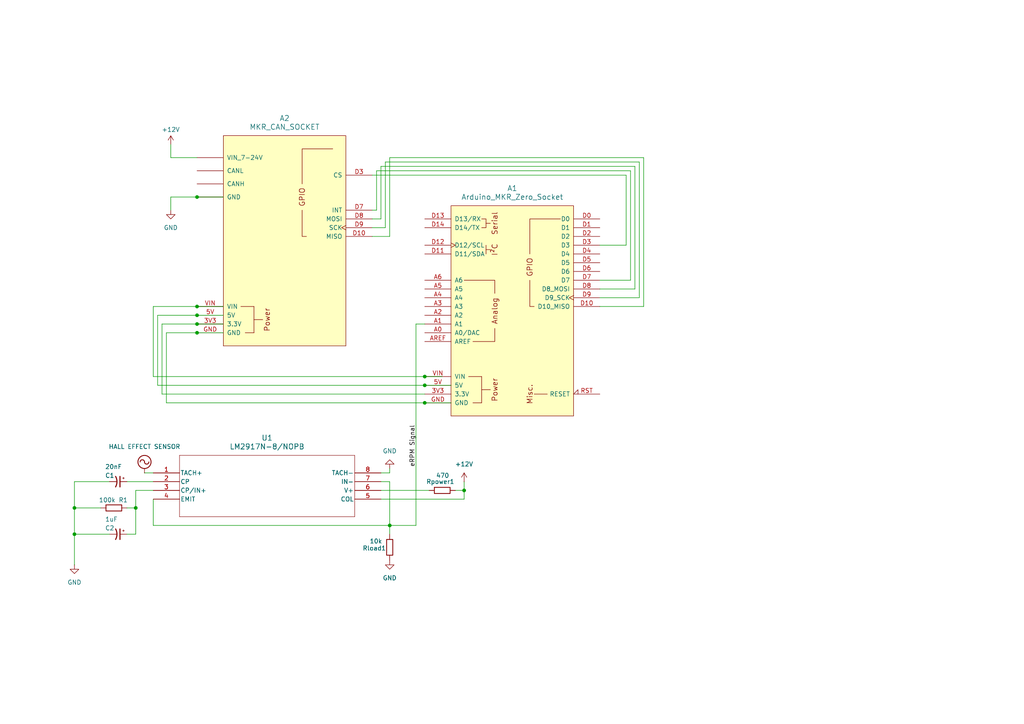
<source format=kicad_sch>
(kicad_sch
	(version 20231120)
	(generator "eeschema")
	(generator_version "8.0")
	(uuid "625bbd51-4d95-4797-a6f2-3961b2f09506")
	(paper "A4")
	(title_block
		(title "eCVT Control Board")
		(rev "1")
		(company "Bison Baja")
	)
	(lib_symbols
		(symbol "2024-11-06_18-44-41:LM2917N-8_NOPB"
			(pin_names
				(offset 0.254)
			)
			(exclude_from_sim no)
			(in_bom yes)
			(on_board yes)
			(property "Reference" "U"
				(at 33.02 10.16 0)
				(effects
					(font
						(size 1.524 1.524)
					)
				)
			)
			(property "Value" "LM2917N-8/NOPB"
				(at 33.02 7.62 0)
				(effects
					(font
						(size 1.524 1.524)
					)
				)
			)
			(property "Footprint" "N08E_TEX"
				(at 0 0 0)
				(effects
					(font
						(size 1.27 1.27)
						(italic yes)
					)
					(hide yes)
				)
			)
			(property "Datasheet" "LM2917N-8/NOPB"
				(at 0 0 0)
				(effects
					(font
						(size 1.27 1.27)
						(italic yes)
					)
					(hide yes)
				)
			)
			(property "Description" ""
				(at 0 0 0)
				(effects
					(font
						(size 1.27 1.27)
					)
					(hide yes)
				)
			)
			(property "ki_locked" ""
				(at 0 0 0)
				(effects
					(font
						(size 1.27 1.27)
					)
				)
			)
			(property "ki_keywords" "LM2917N-8/NOPB"
				(at 0 0 0)
				(effects
					(font
						(size 1.27 1.27)
					)
					(hide yes)
				)
			)
			(property "ki_fp_filters" "N08E_TEX"
				(at 0 0 0)
				(effects
					(font
						(size 1.27 1.27)
					)
					(hide yes)
				)
			)
			(symbol "LM2917N-8_NOPB_1_1"
				(polyline
					(pts
						(xy 7.62 -12.7) (xy 58.42 -12.7)
					)
					(stroke
						(width 0.127)
						(type default)
					)
					(fill
						(type none)
					)
				)
				(polyline
					(pts
						(xy 7.62 5.08) (xy 7.62 -12.7)
					)
					(stroke
						(width 0.127)
						(type default)
					)
					(fill
						(type none)
					)
				)
				(polyline
					(pts
						(xy 58.42 -12.7) (xy 58.42 5.08)
					)
					(stroke
						(width 0.127)
						(type default)
					)
					(fill
						(type none)
					)
				)
				(polyline
					(pts
						(xy 58.42 5.08) (xy 7.62 5.08)
					)
					(stroke
						(width 0.127)
						(type default)
					)
					(fill
						(type none)
					)
				)
				(pin input line
					(at 0 0 0)
					(length 7.62)
					(name "TACH+"
						(effects
							(font
								(size 1.27 1.27)
							)
						)
					)
					(number "1"
						(effects
							(font
								(size 1.27 1.27)
							)
						)
					)
				)
				(pin passive line
					(at 0 -2.54 0)
					(length 7.62)
					(name "CP"
						(effects
							(font
								(size 1.27 1.27)
							)
						)
					)
					(number "2"
						(effects
							(font
								(size 1.27 1.27)
							)
						)
					)
				)
				(pin passive line
					(at 0 -5.08 0)
					(length 7.62)
					(name "CP/IN+"
						(effects
							(font
								(size 1.27 1.27)
							)
						)
					)
					(number "3"
						(effects
							(font
								(size 1.27 1.27)
							)
						)
					)
				)
				(pin passive line
					(at 0 -7.62 0)
					(length 7.62)
					(name "EMIT"
						(effects
							(font
								(size 1.27 1.27)
							)
						)
					)
					(number "4"
						(effects
							(font
								(size 1.27 1.27)
							)
						)
					)
				)
				(pin passive line
					(at 66.04 -7.62 180)
					(length 7.62)
					(name "COL"
						(effects
							(font
								(size 1.27 1.27)
							)
						)
					)
					(number "5"
						(effects
							(font
								(size 1.27 1.27)
							)
						)
					)
				)
				(pin power_in line
					(at 66.04 -5.08 180)
					(length 7.62)
					(name "V+"
						(effects
							(font
								(size 1.27 1.27)
							)
						)
					)
					(number "6"
						(effects
							(font
								(size 1.27 1.27)
							)
						)
					)
				)
				(pin input line
					(at 66.04 -2.54 180)
					(length 7.62)
					(name "IN-"
						(effects
							(font
								(size 1.27 1.27)
							)
						)
					)
					(number "7"
						(effects
							(font
								(size 1.27 1.27)
							)
						)
					)
				)
				(pin input line
					(at 66.04 0 180)
					(length 7.62)
					(name "TACH-"
						(effects
							(font
								(size 1.27 1.27)
							)
						)
					)
					(number "8"
						(effects
							(font
								(size 1.27 1.27)
							)
						)
					)
				)
			)
		)
		(symbol "Device:C_Polarized_Small_US"
			(pin_numbers hide)
			(pin_names
				(offset 0.254) hide)
			(exclude_from_sim no)
			(in_bom yes)
			(on_board yes)
			(property "Reference" "C"
				(at 0.254 1.778 0)
				(effects
					(font
						(size 1.27 1.27)
					)
					(justify left)
				)
			)
			(property "Value" "C_Polarized_Small_US"
				(at 0.254 -2.032 0)
				(effects
					(font
						(size 1.27 1.27)
					)
					(justify left)
				)
			)
			(property "Footprint" ""
				(at 0 0 0)
				(effects
					(font
						(size 1.27 1.27)
					)
					(hide yes)
				)
			)
			(property "Datasheet" "~"
				(at 0 0 0)
				(effects
					(font
						(size 1.27 1.27)
					)
					(hide yes)
				)
			)
			(property "Description" "Polarized capacitor, small US symbol"
				(at 0 0 0)
				(effects
					(font
						(size 1.27 1.27)
					)
					(hide yes)
				)
			)
			(property "ki_keywords" "cap capacitor"
				(at 0 0 0)
				(effects
					(font
						(size 1.27 1.27)
					)
					(hide yes)
				)
			)
			(property "ki_fp_filters" "CP_*"
				(at 0 0 0)
				(effects
					(font
						(size 1.27 1.27)
					)
					(hide yes)
				)
			)
			(symbol "C_Polarized_Small_US_0_1"
				(polyline
					(pts
						(xy -1.524 0.508) (xy 1.524 0.508)
					)
					(stroke
						(width 0.3048)
						(type default)
					)
					(fill
						(type none)
					)
				)
				(polyline
					(pts
						(xy -1.27 1.524) (xy -0.762 1.524)
					)
					(stroke
						(width 0)
						(type default)
					)
					(fill
						(type none)
					)
				)
				(polyline
					(pts
						(xy -1.016 1.27) (xy -1.016 1.778)
					)
					(stroke
						(width 0)
						(type default)
					)
					(fill
						(type none)
					)
				)
				(arc
					(start 1.524 -0.762)
					(mid 0 -0.3734)
					(end -1.524 -0.762)
					(stroke
						(width 0.3048)
						(type default)
					)
					(fill
						(type none)
					)
				)
			)
			(symbol "C_Polarized_Small_US_1_1"
				(pin passive line
					(at 0 2.54 270)
					(length 2.032)
					(name "~"
						(effects
							(font
								(size 1.27 1.27)
							)
						)
					)
					(number "1"
						(effects
							(font
								(size 1.27 1.27)
							)
						)
					)
				)
				(pin passive line
					(at 0 -2.54 90)
					(length 2.032)
					(name "~"
						(effects
							(font
								(size 1.27 1.27)
							)
						)
					)
					(number "2"
						(effects
							(font
								(size 1.27 1.27)
							)
						)
					)
				)
			)
		)
		(symbol "MCU_Module:MKR_CAN_SOCKET"
			(pin_names
				(offset 1.016)
			)
			(exclude_from_sim no)
			(in_bom yes)
			(on_board yes)
			(property "Reference" "A"
				(at 0 36.83 0)
				(effects
					(font
						(size 1.524 1.524)
					)
				)
			)
			(property "Value" "MKR_CAN_SOCKET"
				(at 0 33.02 0)
				(effects
					(font
						(size 1.524 1.524)
					)
				)
			)
			(property "Footprint" "PCM_arduino-library:Arduino_MKR_Zero_Socket"
				(at 0 -38.1 0)
				(effects
					(font
						(size 1.524 1.524)
					)
					(hide yes)
				)
			)
			(property "Datasheet" "https://docs.arduino.cc/hardware/mkr-zero"
				(at 0 -34.29 0)
				(effects
					(font
						(size 1.524 1.524)
					)
					(hide yes)
				)
			)
			(property "Description" "CANBUS adapter for MKR"
				(at 0 0 0)
				(effects
					(font
						(size 1.27 1.27)
					)
					(hide yes)
				)
			)
			(property "ki_keywords" "Arduino MPU Socket"
				(at 0 0 0)
				(effects
					(font
						(size 1.27 1.27)
					)
					(hide yes)
				)
			)
			(property "ki_fp_filters" "Arduino_MKR_Zero_Socket"
				(at 0 0 0)
				(effects
					(font
						(size 1.27 1.27)
					)
					(hide yes)
				)
			)
			(symbol "MKR_CAN_SOCKET_0_0"
				(rectangle
					(start -17.78 30.48)
					(end 17.78 -30.48)
					(stroke
						(width 0)
						(type default)
					)
					(fill
						(type background)
					)
				)
				(rectangle
					(start -12.7 -19.05)
					(end -8.89 -19.05)
					(stroke
						(width 0)
						(type default)
					)
					(fill
						(type none)
					)
				)
				(rectangle
					(start -11.43 -26.67)
					(end -8.89 -26.67)
					(stroke
						(width 0)
						(type default)
					)
					(fill
						(type none)
					)
				)
				(rectangle
					(start -8.89 -22.86)
					(end -6.35 -22.86)
					(stroke
						(width 0)
						(type default)
					)
					(fill
						(type none)
					)
				)
				(polyline
					(pts
						(xy -8.89 -19.05) (xy -8.89 -26.67)
					)
					(stroke
						(width 0)
						(type default)
					)
					(fill
						(type none)
					)
				)
				(polyline
					(pts
						(xy 5.08 8.89) (xy 5.08 1.27) (xy 6.35 1.27)
					)
					(stroke
						(width 0)
						(type default)
					)
					(fill
						(type none)
					)
				)
				(polyline
					(pts
						(xy 5.08 16.51) (xy 5.08 26.67) (xy 13.97 26.67)
					)
					(stroke
						(width 0)
						(type default)
					)
					(fill
						(type none)
					)
				)
				(text "Power"
					(at -5.08 -22.86 900)
					(effects
						(font
							(size 1.524 1.524)
						)
					)
				)
			)
			(symbol "MKR_CAN_SOCKET_1_0"
				(text "GPIO"
					(at 5.08 12.7 900)
					(effects
						(font
							(size 1.524 1.524)
						)
					)
				)
			)
			(symbol "MKR_CAN_SOCKET_1_1"
				(pin bidirectional line
					(at -25.4 16.51 0)
					(length 7.62)
					(name "CANH"
						(effects
							(font
								(size 1.27 1.27)
							)
						)
					)
					(number ""
						(effects
							(font
								(size 1.27 1.27)
							)
						)
					)
				)
				(pin bidirectional line
					(at -25.4 20.32 0)
					(length 7.62)
					(name "CANL"
						(effects
							(font
								(size 1.27 1.27)
							)
						)
					)
					(number ""
						(effects
							(font
								(size 1.27 1.27)
							)
						)
					)
				)
				(pin power_in line
					(at -25.4 12.7 0)
					(length 7.62)
					(name "GND"
						(effects
							(font
								(size 1.27 1.27)
							)
						)
					)
					(number ""
						(effects
							(font
								(size 1.27 1.27)
							)
						)
					)
				)
				(pin power_in line
					(at -25.4 24.13 0)
					(length 7.62)
					(name "VIN_7-24V"
						(effects
							(font
								(size 1.27 1.27)
							)
						)
					)
					(number ""
						(effects
							(font
								(size 1.27 1.27)
							)
						)
					)
				)
				(pin power_out line
					(at -25.4 -24.13 0)
					(length 7.62)
					(name "3.3V"
						(effects
							(font
								(size 1.27 1.27)
							)
						)
					)
					(number "3V3"
						(effects
							(font
								(size 1.27 1.27)
							)
						)
					)
				)
				(pin power_in line
					(at -25.4 -21.59 0)
					(length 7.62)
					(name "5V"
						(effects
							(font
								(size 1.27 1.27)
							)
						)
					)
					(number "5V"
						(effects
							(font
								(size 1.27 1.27)
							)
						)
					)
				)
				(pin bidirectional line
					(at 25.4 1.27 180)
					(length 7.62)
					(name "MISO"
						(effects
							(font
								(size 1.27 1.27)
							)
						)
					)
					(number "D10"
						(effects
							(font
								(size 1.27 1.27)
							)
						)
					)
				)
				(pin bidirectional line
					(at 25.4 19.05 180)
					(length 7.62)
					(name "CS"
						(effects
							(font
								(size 1.27 1.27)
							)
						)
					)
					(number "D3"
						(effects
							(font
								(size 1.27 1.27)
							)
						)
					)
				)
				(pin bidirectional line
					(at 25.4 8.89 180)
					(length 7.62)
					(name "INT"
						(effects
							(font
								(size 1.27 1.27)
							)
						)
					)
					(number "D7"
						(effects
							(font
								(size 1.27 1.27)
							)
						)
					)
				)
				(pin bidirectional line
					(at 25.4 6.35 180)
					(length 7.62)
					(name "MOSI"
						(effects
							(font
								(size 1.27 1.27)
							)
						)
					)
					(number "D8"
						(effects
							(font
								(size 1.27 1.27)
							)
						)
					)
				)
				(pin bidirectional clock
					(at 25.4 3.81 180)
					(length 7.62)
					(name "SCK"
						(effects
							(font
								(size 1.27 1.27)
							)
						)
					)
					(number "D9"
						(effects
							(font
								(size 1.27 1.27)
							)
						)
					)
				)
				(pin power_in line
					(at -25.4 -26.67 0)
					(length 7.62)
					(name "GND"
						(effects
							(font
								(size 1.27 1.27)
							)
						)
					)
					(number "GND"
						(effects
							(font
								(size 1.27 1.27)
							)
						)
					)
				)
				(pin power_in line
					(at -25.4 -19.05 0)
					(length 7.62)
					(name "VIN"
						(effects
							(font
								(size 1.27 1.27)
							)
						)
					)
					(number "VIN"
						(effects
							(font
								(size 1.27 1.27)
							)
						)
					)
				)
			)
		)
		(symbol "PCM_SL_Resistors:100k"
			(exclude_from_sim no)
			(in_bom yes)
			(on_board yes)
			(property "Reference" "R"
				(at 0 5.08 0)
				(effects
					(font
						(size 1.27 1.27)
					)
				)
			)
			(property "Value" "100k"
				(at 0 2.54 0)
				(effects
					(font
						(size 1.27 1.27)
					)
				)
			)
			(property "Footprint" "Resistor_THT:R_Axial_DIN0207_L6.3mm_D2.5mm_P10.16mm_Horizontal"
				(at 0.889 -4.318 0)
				(effects
					(font
						(size 1.27 1.27)
					)
					(hide yes)
				)
			)
			(property "Datasheet" ""
				(at 0.508 0 0)
				(effects
					(font
						(size 1.27 1.27)
					)
					(hide yes)
				)
			)
			(property "Description" "100kΩ, 1/4W Resistor"
				(at 0 0 0)
				(effects
					(font
						(size 1.27 1.27)
					)
					(hide yes)
				)
			)
			(property "ki_keywords" "Resistor"
				(at 0 0 0)
				(effects
					(font
						(size 1.27 1.27)
					)
					(hide yes)
				)
			)
			(property "ki_fp_filters" "Resistor_THT:R_Axial_DIN0207_L6.3mm_D2.5mm*"
				(at 0 0 0)
				(effects
					(font
						(size 1.27 1.27)
					)
					(hide yes)
				)
			)
			(symbol "100k_0_1"
				(rectangle
					(start -2.286 0.889)
					(end 2.286 -0.889)
					(stroke
						(width 0.24)
						(type default)
					)
					(fill
						(type none)
					)
				)
			)
			(symbol "100k_1_1"
				(pin passive line
					(at -3.81 0 0)
					(length 1.5)
					(name ""
						(effects
							(font
								(size 1.27 1.27)
							)
						)
					)
					(number "1"
						(effects
							(font
								(size 0 0)
							)
						)
					)
				)
				(pin passive line
					(at 3.81 0 180)
					(length 1.5)
					(name "~"
						(effects
							(font
								(size 1.27 1.27)
							)
						)
					)
					(number "2"
						(effects
							(font
								(size 0 0)
							)
						)
					)
				)
			)
		)
		(symbol "PCM_arduino-library:Arduino_MKR_Zero_Socket"
			(pin_names
				(offset 1.016)
			)
			(exclude_from_sim no)
			(in_bom yes)
			(on_board yes)
			(property "Reference" "A"
				(at 0 36.83 0)
				(effects
					(font
						(size 1.524 1.524)
					)
				)
			)
			(property "Value" "Arduino_MKR_Zero_Socket"
				(at 0 33.02 0)
				(effects
					(font
						(size 1.524 1.524)
					)
				)
			)
			(property "Footprint" "PCM_arduino-library:Arduino_MKR_Zero_Socket"
				(at 0 -38.1 0)
				(effects
					(font
						(size 1.524 1.524)
					)
					(hide yes)
				)
			)
			(property "Datasheet" "https://docs.arduino.cc/hardware/mkr-zero"
				(at 0 -34.29 0)
				(effects
					(font
						(size 1.524 1.524)
					)
					(hide yes)
				)
			)
			(property "Description" "Socket for Arduino MKR Zero"
				(at 0 0 0)
				(effects
					(font
						(size 1.27 1.27)
					)
					(hide yes)
				)
			)
			(property "ki_keywords" "Arduino MPU Socket"
				(at 0 0 0)
				(effects
					(font
						(size 1.27 1.27)
					)
					(hide yes)
				)
			)
			(property "ki_fp_filters" "Arduino_MKR_Zero_Socket"
				(at 0 0 0)
				(effects
					(font
						(size 1.27 1.27)
					)
					(hide yes)
				)
			)
			(symbol "Arduino_MKR_Zero_Socket_0_0"
				(rectangle
					(start -17.78 30.48)
					(end 17.78 -30.48)
					(stroke
						(width 0)
						(type default)
					)
					(fill
						(type background)
					)
				)
				(rectangle
					(start -12.7 -19.05)
					(end -8.89 -19.05)
					(stroke
						(width 0)
						(type default)
					)
					(fill
						(type none)
					)
				)
				(rectangle
					(start -11.43 -26.67)
					(end -8.89 -26.67)
					(stroke
						(width 0)
						(type default)
					)
					(fill
						(type none)
					)
				)
				(rectangle
					(start -8.89 -22.86)
					(end -6.35 -22.86)
					(stroke
						(width 0)
						(type default)
					)
					(fill
						(type none)
					)
				)
				(polyline
					(pts
						(xy -8.89 -19.05) (xy -8.89 -26.67)
					)
					(stroke
						(width 0)
						(type default)
					)
					(fill
						(type none)
					)
				)
				(polyline
					(pts
						(xy -7.62 25.4) (xy -6.35 25.4)
					)
					(stroke
						(width 0)
						(type default)
					)
					(fill
						(type none)
					)
				)
				(polyline
					(pts
						(xy -5.08 -5.08) (xy -5.08 -8.89) (xy -11.43 -8.89)
					)
					(stroke
						(width 0)
						(type default)
					)
					(fill
						(type none)
					)
				)
				(polyline
					(pts
						(xy -5.08 5.08) (xy -5.08 8.89) (xy -13.97 8.89)
					)
					(stroke
						(width 0)
						(type default)
					)
					(fill
						(type none)
					)
				)
				(polyline
					(pts
						(xy 5.08 8.89) (xy 5.08 1.27) (xy 6.35 1.27)
					)
					(stroke
						(width 0)
						(type default)
					)
					(fill
						(type none)
					)
				)
				(polyline
					(pts
						(xy 5.08 16.51) (xy 5.08 26.67) (xy 13.97 26.67)
					)
					(stroke
						(width 0)
						(type default)
					)
					(fill
						(type none)
					)
				)
				(polyline
					(pts
						(xy -8.89 26.67) (xy -7.62 26.67) (xy -7.62 24.13) (xy -8.89 24.13)
					)
					(stroke
						(width 0)
						(type default)
					)
					(fill
						(type none)
					)
				)
				(rectangle
					(start 6.35 -24.13)
					(end 10.16 -24.13)
					(stroke
						(width 0)
						(type default)
					)
					(fill
						(type none)
					)
				)
				(text "Analog"
					(at -5.08 0 900)
					(effects
						(font
							(size 1.524 1.524)
						)
					)
				)
				(text "I²C"
					(at -5.08 17.78 900)
					(effects
						(font
							(size 1.524 1.524)
						)
					)
				)
				(text "Misc."
					(at 5.08 -24.13 900)
					(effects
						(font
							(size 1.524 1.524)
						)
					)
				)
				(text "Power"
					(at -5.08 -22.86 900)
					(effects
						(font
							(size 1.524 1.524)
						)
					)
				)
				(text "Serial"
					(at -5.08 25.4 900)
					(effects
						(font
							(size 1.524 1.524)
						)
					)
				)
			)
			(symbol "Arduino_MKR_Zero_Socket_0_1"
				(polyline
					(pts
						(xy -7.62 16.51) (xy -7.62 19.05)
					)
					(stroke
						(width 0)
						(type default)
					)
					(fill
						(type none)
					)
				)
				(polyline
					(pts
						(xy -7.62 17.78) (xy -6.35 17.78)
					)
					(stroke
						(width 0)
						(type default)
					)
					(fill
						(type none)
					)
				)
			)
			(symbol "Arduino_MKR_Zero_Socket_1_0"
				(text "GPIO"
					(at 5.08 12.7 900)
					(effects
						(font
							(size 1.524 1.524)
						)
					)
				)
			)
			(symbol "Arduino_MKR_Zero_Socket_1_1"
				(pin power_out line
					(at -25.4 -24.13 0)
					(length 7.62)
					(name "3.3V"
						(effects
							(font
								(size 1.27 1.27)
							)
						)
					)
					(number "3V3"
						(effects
							(font
								(size 1.27 1.27)
							)
						)
					)
				)
				(pin power_in line
					(at -25.4 -21.59 0)
					(length 7.62)
					(name "5V"
						(effects
							(font
								(size 1.27 1.27)
							)
						)
					)
					(number "5V"
						(effects
							(font
								(size 1.27 1.27)
							)
						)
					)
				)
				(pin bidirectional line
					(at -25.4 -6.35 0)
					(length 7.62)
					(name "A0/DAC"
						(effects
							(font
								(size 1.27 1.27)
							)
						)
					)
					(number "A0"
						(effects
							(font
								(size 1.27 1.27)
							)
						)
					)
				)
				(pin bidirectional line
					(at -25.4 -3.81 0)
					(length 7.62)
					(name "A1"
						(effects
							(font
								(size 1.27 1.27)
							)
						)
					)
					(number "A1"
						(effects
							(font
								(size 1.27 1.27)
							)
						)
					)
				)
				(pin bidirectional line
					(at -25.4 -1.27 0)
					(length 7.62)
					(name "A2"
						(effects
							(font
								(size 1.27 1.27)
							)
						)
					)
					(number "A2"
						(effects
							(font
								(size 1.27 1.27)
							)
						)
					)
				)
				(pin bidirectional line
					(at -25.4 1.27 0)
					(length 7.62)
					(name "A3"
						(effects
							(font
								(size 1.27 1.27)
							)
						)
					)
					(number "A3"
						(effects
							(font
								(size 1.27 1.27)
							)
						)
					)
				)
				(pin bidirectional line
					(at -25.4 3.81 0)
					(length 7.62)
					(name "A4"
						(effects
							(font
								(size 1.27 1.27)
							)
						)
					)
					(number "A4"
						(effects
							(font
								(size 1.27 1.27)
							)
						)
					)
				)
				(pin bidirectional line
					(at -25.4 6.35 0)
					(length 7.62)
					(name "A5"
						(effects
							(font
								(size 1.27 1.27)
							)
						)
					)
					(number "A5"
						(effects
							(font
								(size 1.27 1.27)
							)
						)
					)
				)
				(pin bidirectional line
					(at -25.4 8.89 0)
					(length 7.62)
					(name "A6"
						(effects
							(font
								(size 1.27 1.27)
							)
						)
					)
					(number "A6"
						(effects
							(font
								(size 1.27 1.27)
							)
						)
					)
				)
				(pin input line
					(at -25.4 -8.89 0)
					(length 7.62)
					(name "AREF"
						(effects
							(font
								(size 1.27 1.27)
							)
						)
					)
					(number "AREF"
						(effects
							(font
								(size 1.27 1.27)
							)
						)
					)
				)
				(pin bidirectional line
					(at 25.4 26.67 180)
					(length 7.62)
					(name "D0"
						(effects
							(font
								(size 1.27 1.27)
							)
						)
					)
					(number "D0"
						(effects
							(font
								(size 1.27 1.27)
							)
						)
					)
				)
				(pin bidirectional line
					(at 25.4 24.13 180)
					(length 7.62)
					(name "D1"
						(effects
							(font
								(size 1.27 1.27)
							)
						)
					)
					(number "D1"
						(effects
							(font
								(size 1.27 1.27)
							)
						)
					)
				)
				(pin bidirectional line
					(at 25.4 1.27 180)
					(length 7.62)
					(name "D10_MISO"
						(effects
							(font
								(size 1.27 1.27)
							)
						)
					)
					(number "D10"
						(effects
							(font
								(size 1.27 1.27)
							)
						)
					)
				)
				(pin bidirectional line
					(at -25.4 16.51 0)
					(length 7.62)
					(name "D11/SDA"
						(effects
							(font
								(size 1.27 1.27)
							)
						)
					)
					(number "D11"
						(effects
							(font
								(size 1.27 1.27)
							)
						)
					)
				)
				(pin bidirectional clock
					(at -25.4 19.05 0)
					(length 7.62)
					(name "D12/SCL"
						(effects
							(font
								(size 1.27 1.27)
							)
						)
					)
					(number "D12"
						(effects
							(font
								(size 1.27 1.27)
							)
						)
					)
				)
				(pin bidirectional line
					(at -25.4 26.67 0)
					(length 7.62)
					(name "D13/RX"
						(effects
							(font
								(size 1.27 1.27)
							)
						)
					)
					(number "D13"
						(effects
							(font
								(size 1.27 1.27)
							)
						)
					)
				)
				(pin bidirectional line
					(at -25.4 24.13 0)
					(length 7.62)
					(name "D14/TX"
						(effects
							(font
								(size 1.27 1.27)
							)
						)
					)
					(number "D14"
						(effects
							(font
								(size 1.27 1.27)
							)
						)
					)
				)
				(pin bidirectional line
					(at 25.4 21.59 180)
					(length 7.62)
					(name "D2"
						(effects
							(font
								(size 1.27 1.27)
							)
						)
					)
					(number "D2"
						(effects
							(font
								(size 1.27 1.27)
							)
						)
					)
				)
				(pin bidirectional line
					(at 25.4 19.05 180)
					(length 7.62)
					(name "D3"
						(effects
							(font
								(size 1.27 1.27)
							)
						)
					)
					(number "D3"
						(effects
							(font
								(size 1.27 1.27)
							)
						)
					)
				)
				(pin bidirectional line
					(at 25.4 16.51 180)
					(length 7.62)
					(name "D4"
						(effects
							(font
								(size 1.27 1.27)
							)
						)
					)
					(number "D4"
						(effects
							(font
								(size 1.27 1.27)
							)
						)
					)
				)
				(pin bidirectional line
					(at 25.4 13.97 180)
					(length 7.62)
					(name "D5"
						(effects
							(font
								(size 1.27 1.27)
							)
						)
					)
					(number "D5"
						(effects
							(font
								(size 1.27 1.27)
							)
						)
					)
				)
				(pin bidirectional line
					(at 25.4 11.43 180)
					(length 7.62)
					(name "D6"
						(effects
							(font
								(size 1.27 1.27)
							)
						)
					)
					(number "D6"
						(effects
							(font
								(size 1.27 1.27)
							)
						)
					)
				)
				(pin bidirectional line
					(at 25.4 8.89 180)
					(length 7.62)
					(name "D7"
						(effects
							(font
								(size 1.27 1.27)
							)
						)
					)
					(number "D7"
						(effects
							(font
								(size 1.27 1.27)
							)
						)
					)
				)
				(pin bidirectional line
					(at 25.4 6.35 180)
					(length 7.62)
					(name "D8_MOSI"
						(effects
							(font
								(size 1.27 1.27)
							)
						)
					)
					(number "D8"
						(effects
							(font
								(size 1.27 1.27)
							)
						)
					)
				)
				(pin bidirectional clock
					(at 25.4 3.81 180)
					(length 7.62)
					(name "D9_SCK"
						(effects
							(font
								(size 1.27 1.27)
							)
						)
					)
					(number "D9"
						(effects
							(font
								(size 1.27 1.27)
							)
						)
					)
				)
				(pin power_in line
					(at -25.4 -26.67 0)
					(length 7.62)
					(name "GND"
						(effects
							(font
								(size 1.27 1.27)
							)
						)
					)
					(number "GND"
						(effects
							(font
								(size 1.27 1.27)
							)
						)
					)
				)
				(pin open_collector input_low
					(at 25.4 -24.13 180)
					(length 7.62)
					(name "RESET"
						(effects
							(font
								(size 1.27 1.27)
							)
						)
					)
					(number "RST"
						(effects
							(font
								(size 1.27 1.27)
							)
						)
					)
				)
				(pin power_in line
					(at -25.4 -19.05 0)
					(length 7.62)
					(name "VIN"
						(effects
							(font
								(size 1.27 1.27)
							)
						)
					)
					(number "VIN"
						(effects
							(font
								(size 1.27 1.27)
							)
						)
					)
				)
			)
		)
		(symbol "power:+12V"
			(power)
			(pin_numbers hide)
			(pin_names
				(offset 0) hide)
			(exclude_from_sim no)
			(in_bom yes)
			(on_board yes)
			(property "Reference" "#PWR"
				(at 0 -3.81 0)
				(effects
					(font
						(size 1.27 1.27)
					)
					(hide yes)
				)
			)
			(property "Value" "+12V"
				(at 0 3.556 0)
				(effects
					(font
						(size 1.27 1.27)
					)
				)
			)
			(property "Footprint" ""
				(at 0 0 0)
				(effects
					(font
						(size 1.27 1.27)
					)
					(hide yes)
				)
			)
			(property "Datasheet" ""
				(at 0 0 0)
				(effects
					(font
						(size 1.27 1.27)
					)
					(hide yes)
				)
			)
			(property "Description" "Power symbol creates a global label with name \"+12V\""
				(at 0 0 0)
				(effects
					(font
						(size 1.27 1.27)
					)
					(hide yes)
				)
			)
			(property "ki_keywords" "global power"
				(at 0 0 0)
				(effects
					(font
						(size 1.27 1.27)
					)
					(hide yes)
				)
			)
			(symbol "+12V_0_1"
				(polyline
					(pts
						(xy -0.762 1.27) (xy 0 2.54)
					)
					(stroke
						(width 0)
						(type default)
					)
					(fill
						(type none)
					)
				)
				(polyline
					(pts
						(xy 0 0) (xy 0 2.54)
					)
					(stroke
						(width 0)
						(type default)
					)
					(fill
						(type none)
					)
				)
				(polyline
					(pts
						(xy 0 2.54) (xy 0.762 1.27)
					)
					(stroke
						(width 0)
						(type default)
					)
					(fill
						(type none)
					)
				)
			)
			(symbol "+12V_1_1"
				(pin power_in line
					(at 0 0 90)
					(length 0)
					(name "~"
						(effects
							(font
								(size 1.27 1.27)
							)
						)
					)
					(number "1"
						(effects
							(font
								(size 1.27 1.27)
							)
						)
					)
				)
			)
		)
		(symbol "power:AC"
			(power)
			(pin_numbers hide)
			(pin_names
				(offset 0) hide)
			(exclude_from_sim no)
			(in_bom yes)
			(on_board yes)
			(property "Reference" "#PWR"
				(at 0 -2.54 0)
				(effects
					(font
						(size 1.27 1.27)
					)
					(hide yes)
				)
			)
			(property "Value" "AC"
				(at 0 6.35 0)
				(effects
					(font
						(size 1.27 1.27)
					)
				)
			)
			(property "Footprint" ""
				(at 0 0 0)
				(effects
					(font
						(size 1.27 1.27)
					)
					(hide yes)
				)
			)
			(property "Datasheet" ""
				(at 0 0 0)
				(effects
					(font
						(size 1.27 1.27)
					)
					(hide yes)
				)
			)
			(property "Description" "Power symbol creates a global label with name \"AC\""
				(at 0 0 0)
				(effects
					(font
						(size 1.27 1.27)
					)
					(hide yes)
				)
			)
			(property "ki_keywords" "global power"
				(at 0 0 0)
				(effects
					(font
						(size 1.27 1.27)
					)
					(hide yes)
				)
			)
			(symbol "AC_0_1"
				(polyline
					(pts
						(xy 0 0) (xy 0 1.27)
					)
					(stroke
						(width 0)
						(type default)
					)
					(fill
						(type none)
					)
				)
				(arc
					(start 0 3.175)
					(mid -0.635 3.8073)
					(end -1.27 3.175)
					(stroke
						(width 0.254)
						(type default)
					)
					(fill
						(type none)
					)
				)
				(arc
					(start 0 3.175)
					(mid 0.635 2.5427)
					(end 1.27 3.175)
					(stroke
						(width 0.254)
						(type default)
					)
					(fill
						(type none)
					)
				)
				(circle
					(center 0 3.175)
					(radius 1.905)
					(stroke
						(width 0.254)
						(type default)
					)
					(fill
						(type none)
					)
				)
			)
			(symbol "AC_1_1"
				(pin power_in line
					(at 0 0 90)
					(length 0)
					(name "~"
						(effects
							(font
								(size 1.27 1.27)
							)
						)
					)
					(number "1"
						(effects
							(font
								(size 1.27 1.27)
							)
						)
					)
				)
			)
		)
		(symbol "power:GND"
			(power)
			(pin_numbers hide)
			(pin_names
				(offset 0) hide)
			(exclude_from_sim no)
			(in_bom yes)
			(on_board yes)
			(property "Reference" "#PWR"
				(at 0 -6.35 0)
				(effects
					(font
						(size 1.27 1.27)
					)
					(hide yes)
				)
			)
			(property "Value" "GND"
				(at 0 -3.81 0)
				(effects
					(font
						(size 1.27 1.27)
					)
				)
			)
			(property "Footprint" ""
				(at 0 0 0)
				(effects
					(font
						(size 1.27 1.27)
					)
					(hide yes)
				)
			)
			(property "Datasheet" ""
				(at 0 0 0)
				(effects
					(font
						(size 1.27 1.27)
					)
					(hide yes)
				)
			)
			(property "Description" "Power symbol creates a global label with name \"GND\" , ground"
				(at 0 0 0)
				(effects
					(font
						(size 1.27 1.27)
					)
					(hide yes)
				)
			)
			(property "ki_keywords" "global power"
				(at 0 0 0)
				(effects
					(font
						(size 1.27 1.27)
					)
					(hide yes)
				)
			)
			(symbol "GND_0_1"
				(polyline
					(pts
						(xy 0 0) (xy 0 -1.27) (xy 1.27 -1.27) (xy 0 -2.54) (xy -1.27 -1.27) (xy 0 -1.27)
					)
					(stroke
						(width 0)
						(type default)
					)
					(fill
						(type none)
					)
				)
			)
			(symbol "GND_1_1"
				(pin power_in line
					(at 0 0 270)
					(length 0)
					(name "~"
						(effects
							(font
								(size 1.27 1.27)
							)
						)
					)
					(number "1"
						(effects
							(font
								(size 1.27 1.27)
							)
						)
					)
				)
			)
		)
	)
	(junction
		(at 39.37 147.32)
		(diameter 0)
		(color 0 0 0 0)
		(uuid "15c33b62-444f-4561-b499-e2dea9705b76")
	)
	(junction
		(at 57.15 93.98)
		(diameter 0)
		(color 0 0 0 0)
		(uuid "23bca7e5-7be9-4c33-ad20-9a8c313f8b15")
	)
	(junction
		(at 21.59 154.94)
		(diameter 0)
		(color 0 0 0 0)
		(uuid "23cbf2a4-daaf-47c0-972d-17f44f545534")
	)
	(junction
		(at 21.59 147.32)
		(diameter 0)
		(color 0 0 0 0)
		(uuid "2cd5251e-9d1d-4d1b-aa68-d6f0c5daa837")
	)
	(junction
		(at 113.03 152.4)
		(diameter 0)
		(color 0 0 0 0)
		(uuid "3525d906-6d2b-4bc5-b075-ec8fd0657e73")
	)
	(junction
		(at 134.62 142.24)
		(diameter 0)
		(color 0 0 0 0)
		(uuid "44fa4ce1-24d5-4818-a3d9-3eb606d5c2de")
	)
	(junction
		(at 57.15 57.15)
		(diameter 0)
		(color 0 0 0 0)
		(uuid "4e290c68-6bb3-4674-be4e-adca57662f5c")
	)
	(junction
		(at 123.19 109.22)
		(diameter 0)
		(color 0 0 0 0)
		(uuid "8e7e7134-e8e1-429b-9153-205b3affe527")
	)
	(junction
		(at 57.15 91.44)
		(diameter 0)
		(color 0 0 0 0)
		(uuid "b8abd195-7870-4fb2-aab2-08b1419c93a2")
	)
	(junction
		(at 57.15 96.52)
		(diameter 0)
		(color 0 0 0 0)
		(uuid "befd150e-050d-4149-8337-d047916bf33f")
	)
	(junction
		(at 123.19 116.84)
		(diameter 0)
		(color 0 0 0 0)
		(uuid "c1e115f9-f49a-4a45-86eb-e01b6be9b845")
	)
	(junction
		(at 123.19 111.76)
		(diameter 0)
		(color 0 0 0 0)
		(uuid "d4fcdb15-f3aa-4dd5-b1c5-b51b406185d4")
	)
	(junction
		(at 57.15 88.9)
		(diameter 0)
		(color 0 0 0 0)
		(uuid "e79f2d9a-d1a8-437c-b9b9-7cd305ce0ac1")
	)
	(wire
		(pts
			(xy 57.15 57.15) (xy 64.77 57.15)
		)
		(stroke
			(width 0)
			(type default)
		)
		(uuid "02b6e056-8cf3-42f4-9825-eebe26dcb23b")
	)
	(wire
		(pts
			(xy 57.15 88.9) (xy 64.77 88.9)
		)
		(stroke
			(width 0)
			(type default)
		)
		(uuid "05fc5090-c447-47f6-a7e7-479aec730649")
	)
	(wire
		(pts
			(xy 128.27 109.22) (xy 123.19 109.22)
		)
		(stroke
			(width 0)
			(type default)
		)
		(uuid "0c1bdfd5-c921-4a8b-9c74-1371770a44c8")
	)
	(wire
		(pts
			(xy 111.76 46.99) (xy 185.42 46.99)
		)
		(stroke
			(width 0)
			(type default)
		)
		(uuid "0cb2973a-2621-4c0d-9911-e7e4a81a7f56")
	)
	(wire
		(pts
			(xy 57.15 88.9) (xy 44.45 88.9)
		)
		(stroke
			(width 0)
			(type default)
		)
		(uuid "0d5989b1-764b-4e99-a228-58157db1fcb4")
	)
	(wire
		(pts
			(xy 39.37 147.32) (xy 39.37 154.94)
		)
		(stroke
			(width 0)
			(type default)
		)
		(uuid "10448422-dcc2-4715-b10b-fa826dfa7ae5")
	)
	(wire
		(pts
			(xy 57.15 91.44) (xy 64.77 91.44)
		)
		(stroke
			(width 0)
			(type default)
		)
		(uuid "10fe481e-00ab-41de-a285-56afff1d4051")
	)
	(wire
		(pts
			(xy 57.15 93.98) (xy 64.77 93.98)
		)
		(stroke
			(width 0)
			(type default)
		)
		(uuid "13d1ee59-c617-4b03-9a43-2454b691541c")
	)
	(wire
		(pts
			(xy 123.19 116.84) (xy 130.81 116.84)
		)
		(stroke
			(width 0)
			(type default)
		)
		(uuid "150fda2d-dbcf-42f8-91eb-3f5b52a87d43")
	)
	(wire
		(pts
			(xy 110.49 144.78) (xy 134.62 144.78)
		)
		(stroke
			(width 0)
			(type default)
		)
		(uuid "1875d402-6221-41f1-a457-0dfa3045f318")
	)
	(wire
		(pts
			(xy 46.99 114.3) (xy 123.19 114.3)
		)
		(stroke
			(width 0)
			(type default)
		)
		(uuid "1a794025-8e8b-4f08-94cf-bc72f1bbc0cb")
	)
	(wire
		(pts
			(xy 132.08 142.24) (xy 134.62 142.24)
		)
		(stroke
			(width 0)
			(type default)
		)
		(uuid "249847da-a74b-48a3-a9c0-91795ad77b49")
	)
	(wire
		(pts
			(xy 111.76 66.04) (xy 111.76 46.99)
		)
		(stroke
			(width 0)
			(type default)
		)
		(uuid "28a7bfd1-398a-4940-8571-6c4fc14063ba")
	)
	(wire
		(pts
			(xy 41.91 137.16) (xy 44.45 137.16)
		)
		(stroke
			(width 0)
			(type default)
		)
		(uuid "2a2a4765-e34b-4197-a7ec-a0f8a7f55a69")
	)
	(wire
		(pts
			(xy 185.42 46.99) (xy 185.42 86.36)
		)
		(stroke
			(width 0)
			(type default)
		)
		(uuid "2adf2d7d-ab79-4133-9fd1-eb8b4dba05d7")
	)
	(wire
		(pts
			(xy 44.45 144.78) (xy 44.45 152.4)
		)
		(stroke
			(width 0)
			(type default)
		)
		(uuid "2b5bd940-61e2-4e36-a552-60a1b71c8bc6")
	)
	(wire
		(pts
			(xy 184.15 48.26) (xy 184.15 83.82)
		)
		(stroke
			(width 0)
			(type default)
		)
		(uuid "2ba933b5-4baf-42f4-bbca-6462830b1ec0")
	)
	(wire
		(pts
			(xy 113.03 152.4) (xy 120.65 152.4)
		)
		(stroke
			(width 0)
			(type default)
		)
		(uuid "2fe9a983-3497-4165-b78b-1b69ee0f7f32")
	)
	(wire
		(pts
			(xy 44.45 109.22) (xy 123.19 109.22)
		)
		(stroke
			(width 0)
			(type default)
		)
		(uuid "360ce11c-c766-48e7-9106-3e658f5e4ea1")
	)
	(wire
		(pts
			(xy 110.49 63.5) (xy 110.49 48.26)
		)
		(stroke
			(width 0)
			(type default)
		)
		(uuid "36e94d7a-a187-4be2-9a25-d320dad30bf3")
	)
	(wire
		(pts
			(xy 45.72 91.44) (xy 57.15 91.44)
		)
		(stroke
			(width 0)
			(type default)
		)
		(uuid "385b9f13-f8e9-4d5b-8c48-be319ffcd36a")
	)
	(wire
		(pts
			(xy 184.15 83.82) (xy 173.99 83.82)
		)
		(stroke
			(width 0)
			(type default)
		)
		(uuid "3ae5f469-2c2f-40e3-aeb1-9952c6f5e769")
	)
	(wire
		(pts
			(xy 36.83 154.94) (xy 39.37 154.94)
		)
		(stroke
			(width 0)
			(type default)
		)
		(uuid "3ce94e5f-b362-483a-be75-ce8addd73397")
	)
	(wire
		(pts
			(xy 21.59 139.7) (xy 31.75 139.7)
		)
		(stroke
			(width 0)
			(type default)
		)
		(uuid "3ebefae9-9d20-4593-a064-4d1c102cfc4a")
	)
	(wire
		(pts
			(xy 123.19 111.76) (xy 45.72 111.76)
		)
		(stroke
			(width 0)
			(type default)
		)
		(uuid "3ed1cf1a-d2a2-437c-9cd0-5fb8975d3c8b")
	)
	(wire
		(pts
			(xy 21.59 154.94) (xy 31.75 154.94)
		)
		(stroke
			(width 0)
			(type default)
		)
		(uuid "435d4d98-f840-4f21-9bce-b26794fdf503")
	)
	(wire
		(pts
			(xy 110.49 48.26) (xy 184.15 48.26)
		)
		(stroke
			(width 0)
			(type default)
		)
		(uuid "497f7b27-32ee-4b4f-a1f9-b2f60b23fd67")
	)
	(wire
		(pts
			(xy 57.15 96.52) (xy 48.26 96.52)
		)
		(stroke
			(width 0)
			(type default)
		)
		(uuid "4a53cf77-49ff-437a-9958-e91eb0bb3e2b")
	)
	(wire
		(pts
			(xy 45.72 111.76) (xy 45.72 91.44)
		)
		(stroke
			(width 0)
			(type default)
		)
		(uuid "4bcd56d9-29aa-4fc5-80a0-4a53f155069f")
	)
	(wire
		(pts
			(xy 109.22 60.96) (xy 109.22 49.53)
		)
		(stroke
			(width 0)
			(type default)
		)
		(uuid "4c290bd0-dfb9-4c5a-96bc-31e791e9ffa7")
	)
	(wire
		(pts
			(xy 39.37 142.24) (xy 39.37 147.32)
		)
		(stroke
			(width 0)
			(type default)
		)
		(uuid "4c31d9df-07e1-4752-9eed-edc137f50a32")
	)
	(wire
		(pts
			(xy 113.03 152.4) (xy 113.03 154.94)
		)
		(stroke
			(width 0)
			(type default)
		)
		(uuid "4d6af544-44d6-4831-91e4-b97ac807d2d1")
	)
	(wire
		(pts
			(xy 109.22 49.53) (xy 182.88 49.53)
		)
		(stroke
			(width 0)
			(type default)
		)
		(uuid "5e4ecc12-fb29-4af7-af66-e7568bdb5a99")
	)
	(wire
		(pts
			(xy 107.95 68.58) (xy 113.03 68.58)
		)
		(stroke
			(width 0)
			(type default)
		)
		(uuid "60fd9107-1d15-42ed-8efa-321717dede3d")
	)
	(wire
		(pts
			(xy 44.45 88.9) (xy 44.45 109.22)
		)
		(stroke
			(width 0)
			(type default)
		)
		(uuid "66a02c94-bed5-41f3-ae14-6d4bf03c03db")
	)
	(wire
		(pts
			(xy 181.61 71.12) (xy 181.61 50.8)
		)
		(stroke
			(width 0)
			(type default)
		)
		(uuid "6ab57b5e-44cf-4ece-bb50-a480a3844bb4")
	)
	(wire
		(pts
			(xy 46.99 93.98) (xy 46.99 114.3)
		)
		(stroke
			(width 0)
			(type default)
		)
		(uuid "6b500200-9ce5-46c1-9902-0d19b4cda75a")
	)
	(wire
		(pts
			(xy 173.99 88.9) (xy 186.69 88.9)
		)
		(stroke
			(width 0)
			(type default)
		)
		(uuid "6cc3af63-7beb-4ce0-8ebd-c0ce50c78c43")
	)
	(wire
		(pts
			(xy 21.59 147.32) (xy 21.59 139.7)
		)
		(stroke
			(width 0)
			(type default)
		)
		(uuid "6e2a549b-f676-451a-9f10-75e66527f460")
	)
	(wire
		(pts
			(xy 44.45 142.24) (xy 39.37 142.24)
		)
		(stroke
			(width 0)
			(type default)
		)
		(uuid "6f0957de-0c52-463a-9bdb-0df60d1b9ee3")
	)
	(wire
		(pts
			(xy 182.88 81.28) (xy 173.99 81.28)
		)
		(stroke
			(width 0)
			(type default)
		)
		(uuid "73aa1b0e-ff79-4e24-9950-5119971e3500")
	)
	(wire
		(pts
			(xy 181.61 50.8) (xy 107.95 50.8)
		)
		(stroke
			(width 0)
			(type default)
		)
		(uuid "7990b82e-843f-4035-9eda-bc0a9b50b110")
	)
	(wire
		(pts
			(xy 48.26 116.84) (xy 123.19 116.84)
		)
		(stroke
			(width 0)
			(type default)
		)
		(uuid "7b75d83b-c9b9-46ae-be02-869ae9b382a4")
	)
	(wire
		(pts
			(xy 49.53 41.91) (xy 49.53 45.72)
		)
		(stroke
			(width 0)
			(type default)
		)
		(uuid "86893c59-0634-4127-9660-a02a9176eb78")
	)
	(wire
		(pts
			(xy 36.83 139.7) (xy 44.45 139.7)
		)
		(stroke
			(width 0)
			(type default)
		)
		(uuid "89819d1f-ac74-46ca-8f55-4b89fbf9a29f")
	)
	(wire
		(pts
			(xy 48.26 96.52) (xy 48.26 116.84)
		)
		(stroke
			(width 0)
			(type default)
		)
		(uuid "8a08daab-d40f-4358-848e-bc880ae41461")
	)
	(wire
		(pts
			(xy 107.95 60.96) (xy 109.22 60.96)
		)
		(stroke
			(width 0)
			(type default)
		)
		(uuid "9a1d4828-ba0a-41d2-b745-36b079054cbd")
	)
	(wire
		(pts
			(xy 186.69 45.72) (xy 186.69 88.9)
		)
		(stroke
			(width 0)
			(type default)
		)
		(uuid "9b91c3ba-b001-47e3-941f-a06360367c03")
	)
	(wire
		(pts
			(xy 173.99 86.36) (xy 185.42 86.36)
		)
		(stroke
			(width 0)
			(type default)
		)
		(uuid "9bad8b4f-c463-4b64-901a-bbedd647645e")
	)
	(wire
		(pts
			(xy 21.59 154.94) (xy 21.59 163.83)
		)
		(stroke
			(width 0)
			(type default)
		)
		(uuid "9e0fccc5-0421-4de5-b479-c8e105f5f351")
	)
	(wire
		(pts
			(xy 113.03 139.7) (xy 113.03 152.4)
		)
		(stroke
			(width 0)
			(type default)
		)
		(uuid "9e25e1dc-480d-4561-8e2c-be4a492f229e")
	)
	(wire
		(pts
			(xy 113.03 68.58) (xy 113.03 45.72)
		)
		(stroke
			(width 0)
			(type default)
		)
		(uuid "a13eef8d-70b9-4a45-8e75-596fdb985730")
	)
	(wire
		(pts
			(xy 21.59 147.32) (xy 21.59 154.94)
		)
		(stroke
			(width 0)
			(type default)
		)
		(uuid "a2945ff9-6488-463c-9989-0f9798e6c2ca")
	)
	(wire
		(pts
			(xy 120.65 93.98) (xy 120.65 152.4)
		)
		(stroke
			(width 0)
			(type default)
		)
		(uuid "a85ff81c-e010-4401-84aa-2409cde14c7f")
	)
	(wire
		(pts
			(xy 113.03 135.89) (xy 113.03 137.16)
		)
		(stroke
			(width 0)
			(type default)
		)
		(uuid "a9063d24-7ea0-4fa4-aba6-20265a24d3ff")
	)
	(wire
		(pts
			(xy 36.83 147.32) (xy 39.37 147.32)
		)
		(stroke
			(width 0)
			(type default)
		)
		(uuid "abcc99ec-c24c-4407-9cd6-f22105d4186c")
	)
	(wire
		(pts
			(xy 123.19 111.76) (xy 130.81 111.76)
		)
		(stroke
			(width 0)
			(type default)
		)
		(uuid "b6283dce-2323-4cd7-aa01-2ea6ecd1e562")
	)
	(wire
		(pts
			(xy 21.59 147.32) (xy 29.21 147.32)
		)
		(stroke
			(width 0)
			(type default)
		)
		(uuid "bb3a1ded-0d99-41aa-a321-02e169d28bd6")
	)
	(wire
		(pts
			(xy 49.53 60.96) (xy 49.53 57.15)
		)
		(stroke
			(width 0)
			(type default)
		)
		(uuid "bc0044ee-60b4-4019-a707-ba804f8346a8")
	)
	(wire
		(pts
			(xy 110.49 142.24) (xy 124.46 142.24)
		)
		(stroke
			(width 0)
			(type default)
		)
		(uuid "bd6e2748-6f40-41d3-92db-296e33084210")
	)
	(wire
		(pts
			(xy 57.15 93.98) (xy 46.99 93.98)
		)
		(stroke
			(width 0)
			(type default)
		)
		(uuid "c799f10c-aff2-445e-bb40-e9c8e63a6d5e")
	)
	(wire
		(pts
			(xy 49.53 57.15) (xy 57.15 57.15)
		)
		(stroke
			(width 0)
			(type default)
		)
		(uuid "c89a757b-0637-4d3c-bdcd-aa3c819c4e92")
	)
	(wire
		(pts
			(xy 113.03 45.72) (xy 186.69 45.72)
		)
		(stroke
			(width 0)
			(type default)
		)
		(uuid "cd4db759-d6a6-4395-81fd-f2799902a800")
	)
	(wire
		(pts
			(xy 110.49 139.7) (xy 113.03 139.7)
		)
		(stroke
			(width 0)
			(type default)
		)
		(uuid "cfd5febf-a8c3-468f-accf-dd9ce8703a30")
	)
	(wire
		(pts
			(xy 113.03 137.16) (xy 110.49 137.16)
		)
		(stroke
			(width 0)
			(type default)
		)
		(uuid "db4306bf-987c-4ac5-8fbd-37f16575541f")
	)
	(wire
		(pts
			(xy 107.95 66.04) (xy 111.76 66.04)
		)
		(stroke
			(width 0)
			(type default)
		)
		(uuid "ded54d22-0008-4b60-8f0a-a775544816f0")
	)
	(wire
		(pts
			(xy 134.62 142.24) (xy 134.62 144.78)
		)
		(stroke
			(width 0)
			(type default)
		)
		(uuid "dfd10dd8-9eb9-40f2-bf24-32ce4d5dfb14")
	)
	(wire
		(pts
			(xy 173.99 71.12) (xy 181.61 71.12)
		)
		(stroke
			(width 0)
			(type default)
		)
		(uuid "e0ada8ec-b1ae-445e-a476-0a7620d7cb6a")
	)
	(wire
		(pts
			(xy 134.62 139.7) (xy 134.62 142.24)
		)
		(stroke
			(width 0)
			(type default)
		)
		(uuid "e7c37a15-831d-4eb7-8f05-f9e3b31b6c8f")
	)
	(wire
		(pts
			(xy 123.19 93.98) (xy 120.65 93.98)
		)
		(stroke
			(width 0)
			(type default)
		)
		(uuid "e960600f-cd76-4285-8dff-1bf695c20d98")
	)
	(wire
		(pts
			(xy 57.15 96.52) (xy 64.77 96.52)
		)
		(stroke
			(width 0)
			(type default)
		)
		(uuid "ecd1d0f1-8acb-428b-be98-57c99e38d2dc")
	)
	(wire
		(pts
			(xy 182.88 49.53) (xy 182.88 81.28)
		)
		(stroke
			(width 0)
			(type default)
		)
		(uuid "f21f0a61-a79f-446e-ab91-4a7ed89cdc67")
	)
	(wire
		(pts
			(xy 44.45 152.4) (xy 113.03 152.4)
		)
		(stroke
			(width 0)
			(type default)
		)
		(uuid "fb7307e5-142f-499a-9e9a-8b70df5606d0")
	)
	(wire
		(pts
			(xy 107.95 63.5) (xy 110.49 63.5)
		)
		(stroke
			(width 0)
			(type default)
		)
		(uuid "fd902e68-ccd1-4887-a025-f5a347c51ae0")
	)
	(wire
		(pts
			(xy 49.53 45.72) (xy 57.15 45.72)
		)
		(stroke
			(width 0)
			(type default)
		)
		(uuid "fe9f73e2-76b2-4bb9-922b-f25a10368614")
	)
	(label "eRPM Signal"
		(at 120.65 123.19 270)
		(fields_autoplaced yes)
		(effects
			(font
				(size 1.27 1.27)
			)
			(justify right bottom)
		)
		(uuid "b64ad441-0ccf-4694-92ce-eedf403f53f4")
	)
	(symbol
		(lib_id "power:GND")
		(at 113.03 162.56 0)
		(unit 1)
		(exclude_from_sim no)
		(in_bom yes)
		(on_board yes)
		(dnp no)
		(fields_autoplaced yes)
		(uuid "1893a937-9a29-48f2-9f0e-6bb63584aa02")
		(property "Reference" "#PWR06"
			(at 113.03 168.91 0)
			(effects
				(font
					(size 1.27 1.27)
				)
				(hide yes)
			)
		)
		(property "Value" "GND"
			(at 113.03 167.64 0)
			(effects
				(font
					(size 1.27 1.27)
				)
			)
		)
		(property "Footprint" ""
			(at 113.03 162.56 0)
			(effects
				(font
					(size 1.27 1.27)
				)
				(hide yes)
			)
		)
		(property "Datasheet" ""
			(at 113.03 162.56 0)
			(effects
				(font
					(size 1.27 1.27)
				)
				(hide yes)
			)
		)
		(property "Description" "Power symbol creates a global label with name \"GND\" , ground"
			(at 113.03 162.56 0)
			(effects
				(font
					(size 1.27 1.27)
				)
				(hide yes)
			)
		)
		(pin "1"
			(uuid "4f264a97-cb1f-4a1d-ae53-527b5cb5dfdf")
		)
		(instances
			(project "pcb"
				(path "/625bbd51-4d95-4797-a6f2-3961b2f09506"
					(reference "#PWR06")
					(unit 1)
				)
			)
		)
	)
	(symbol
		(lib_id "power:+12V")
		(at 134.62 139.7 0)
		(unit 1)
		(exclude_from_sim no)
		(in_bom yes)
		(on_board yes)
		(dnp no)
		(fields_autoplaced yes)
		(uuid "33197201-7c82-44e7-a804-a133bbf0e8f8")
		(property "Reference" "#PWR07"
			(at 134.62 143.51 0)
			(effects
				(font
					(size 1.27 1.27)
				)
				(hide yes)
			)
		)
		(property "Value" "+12V"
			(at 134.62 134.62 0)
			(effects
				(font
					(size 1.27 1.27)
				)
			)
		)
		(property "Footprint" ""
			(at 134.62 139.7 0)
			(effects
				(font
					(size 1.27 1.27)
				)
				(hide yes)
			)
		)
		(property "Datasheet" ""
			(at 134.62 139.7 0)
			(effects
				(font
					(size 1.27 1.27)
				)
				(hide yes)
			)
		)
		(property "Description" "Power symbol creates a global label with name \"+12V\""
			(at 134.62 139.7 0)
			(effects
				(font
					(size 1.27 1.27)
				)
				(hide yes)
			)
		)
		(pin "1"
			(uuid "17553ea0-d5f6-4a79-9fc4-5598c29ee693")
		)
		(instances
			(project ""
				(path "/625bbd51-4d95-4797-a6f2-3961b2f09506"
					(reference "#PWR07")
					(unit 1)
				)
			)
		)
	)
	(symbol
		(lib_id "Device:C_Polarized_Small_US")
		(at 34.29 139.7 270)
		(unit 1)
		(exclude_from_sim no)
		(in_bom yes)
		(on_board yes)
		(dnp no)
		(uuid "3d7aa129-18b3-41ea-acd8-24f877e911d7")
		(property "Reference" "C1"
			(at 30.48 137.922 90)
			(effects
				(font
					(size 1.27 1.27)
				)
				(justify left)
			)
		)
		(property "Value" "20nF"
			(at 30.48 135.382 90)
			(effects
				(font
					(size 1.27 1.27)
				)
				(justify left)
			)
		)
		(property "Footprint" "Capacitor_THT:CP_Radial_D5.0mm_P2.00mm"
			(at 34.29 139.7 0)
			(effects
				(font
					(size 1.27 1.27)
				)
				(hide yes)
			)
		)
		(property "Datasheet" "~"
			(at 34.29 139.7 0)
			(effects
				(font
					(size 1.27 1.27)
				)
				(hide yes)
			)
		)
		(property "Description" "Polarized capacitor, small US symbol"
			(at 34.29 139.7 0)
			(effects
				(font
					(size 1.27 1.27)
				)
				(hide yes)
			)
		)
		(pin "2"
			(uuid "adbb3a39-a6a0-4ee2-8431-3559c1dd845e")
		)
		(pin "1"
			(uuid "191de430-d3ab-4d6e-b36f-5f91bca89f44")
		)
		(instances
			(project ""
				(path "/625bbd51-4d95-4797-a6f2-3961b2f09506"
					(reference "C1")
					(unit 1)
				)
			)
		)
	)
	(symbol
		(lib_id "MCU_Module:MKR_CAN_SOCKET")
		(at 82.55 69.85 0)
		(unit 1)
		(exclude_from_sim no)
		(in_bom yes)
		(on_board yes)
		(dnp no)
		(fields_autoplaced yes)
		(uuid "476deff0-3c8b-4ad3-9231-76bd70c44aad")
		(property "Reference" "A2"
			(at 82.55 34.29 0)
			(effects
				(font
					(size 1.524 1.524)
				)
			)
		)
		(property "Value" "MKR_CAN_SOCKET"
			(at 82.55 36.83 0)
			(effects
				(font
					(size 1.524 1.524)
				)
			)
		)
		(property "Footprint" "PCM_arduino-library:Arduino_MKR_Zero_Socket"
			(at 82.55 107.95 0)
			(effects
				(font
					(size 1.524 1.524)
				)
				(hide yes)
			)
		)
		(property "Datasheet" "https://docs.arduino.cc/hardware/mkr-zero"
			(at 82.55 104.14 0)
			(effects
				(font
					(size 1.524 1.524)
				)
				(hide yes)
			)
		)
		(property "Description" "CANBUS adapter for MKR"
			(at 82.55 69.85 0)
			(effects
				(font
					(size 1.27 1.27)
				)
				(hide yes)
			)
		)
		(pin ""
			(uuid "1467eab7-8136-4434-85c8-5a47ef98060e")
		)
		(pin "3V3"
			(uuid "364ca92d-00fe-4ec6-bcfb-300e920643b9")
		)
		(pin "D3"
			(uuid "58900e80-e476-4f0d-9541-c68339e81064")
		)
		(pin "D9"
			(uuid "7f699f74-9a97-4ea6-8ca9-62bf9faacb69")
		)
		(pin ""
			(uuid "93249c10-17bd-4006-82ee-9aac5c252712")
		)
		(pin "5V"
			(uuid "6c25fc2f-7d74-42d0-a4d0-3b09522478c9")
		)
		(pin "D7"
			(uuid "14a0b8cc-e630-4eca-886a-f0212c13b71d")
		)
		(pin "D8"
			(uuid "802141ec-3c48-4086-a560-78f9e97a2fd6")
		)
		(pin ""
			(uuid "28f9a8b3-d61e-422b-a355-c7dc0a55955c")
		)
		(pin ""
			(uuid "2614287d-0c90-4eaf-90a4-a34abecc19c5")
		)
		(pin "GND"
			(uuid "e205a979-dabe-40c6-9122-6c2ea5387841")
		)
		(pin "D10"
			(uuid "b5b54251-c539-497d-9be1-6e0e375bdf62")
		)
		(pin "VIN"
			(uuid "325b6f9d-9d95-4b92-b0d6-2ac9653e5fb1")
		)
		(instances
			(project ""
				(path "/625bbd51-4d95-4797-a6f2-3961b2f09506"
					(reference "A2")
					(unit 1)
				)
			)
		)
	)
	(symbol
		(lib_id "PCM_SL_Resistors:100k")
		(at 33.02 147.32 0)
		(unit 1)
		(exclude_from_sim no)
		(in_bom yes)
		(on_board yes)
		(dnp no)
		(uuid "506a92a4-404c-46b1-b2eb-3805149ed730")
		(property "Reference" "R1"
			(at 37.084 145.034 0)
			(effects
				(font
					(size 1.27 1.27)
				)
				(justify right)
			)
		)
		(property "Value" "100k"
			(at 33.528 145.034 0)
			(effects
				(font
					(size 1.27 1.27)
				)
				(justify right)
			)
		)
		(property "Footprint" "Resistor_THT:R_Axial_DIN0207_L6.3mm_D2.5mm_P10.16mm_Horizontal"
			(at 33.909 151.638 0)
			(effects
				(font
					(size 1.27 1.27)
				)
				(hide yes)
			)
		)
		(property "Datasheet" ""
			(at 33.528 147.32 0)
			(effects
				(font
					(size 1.27 1.27)
				)
				(hide yes)
			)
		)
		(property "Description" "100kΩ, 1/4W Resistor"
			(at 33.02 147.32 0)
			(effects
				(font
					(size 1.27 1.27)
				)
				(hide yes)
			)
		)
		(pin "1"
			(uuid "e176c3ef-fe33-4bd5-a864-b13f6587f697")
		)
		(pin "2"
			(uuid "d5f0ca73-5de0-4641-aa35-29cc79fa4d5e")
		)
		(instances
			(project ""
				(path "/625bbd51-4d95-4797-a6f2-3961b2f09506"
					(reference "R1")
					(unit 1)
				)
			)
		)
	)
	(symbol
		(lib_id "PCM_SL_Resistors:100k")
		(at 113.03 158.75 90)
		(unit 1)
		(exclude_from_sim no)
		(in_bom yes)
		(on_board yes)
		(dnp no)
		(uuid "6e4aff89-a49e-4d82-893b-27e4377d5124")
		(property "Reference" "Rload1"
			(at 105.156 159.004 90)
			(effects
				(font
					(size 1.27 1.27)
				)
				(justify right)
			)
		)
		(property "Value" "10k"
			(at 107.188 156.972 90)
			(effects
				(font
					(size 1.27 1.27)
				)
				(justify right)
			)
		)
		(property "Footprint" "Resistor_THT:R_Axial_DIN0207_L6.3mm_D2.5mm_P10.16mm_Horizontal"
			(at 117.348 157.861 0)
			(effects
				(font
					(size 1.27 1.27)
				)
				(hide yes)
			)
		)
		(property "Datasheet" ""
			(at 113.03 158.242 0)
			(effects
				(font
					(size 1.27 1.27)
				)
				(hide yes)
			)
		)
		(property "Description" "100kΩ, 1/4W Resistor"
			(at 113.03 158.75 0)
			(effects
				(font
					(size 1.27 1.27)
				)
				(hide yes)
			)
		)
		(pin "1"
			(uuid "ce2da919-d1b3-4b7d-882f-58af110b80d4")
		)
		(pin "2"
			(uuid "0f8b075c-6f49-4b4c-96c4-a2c1bceabd99")
		)
		(instances
			(project "pcb"
				(path "/625bbd51-4d95-4797-a6f2-3961b2f09506"
					(reference "Rload1")
					(unit 1)
				)
			)
		)
	)
	(symbol
		(lib_id "2024-11-06_18-44-41:LM2917N-8_NOPB")
		(at 44.45 137.16 0)
		(unit 1)
		(exclude_from_sim no)
		(in_bom yes)
		(on_board yes)
		(dnp no)
		(fields_autoplaced yes)
		(uuid "72a9023a-8b5a-482e-b55d-c1c257119368")
		(property "Reference" "U1"
			(at 77.47 127 0)
			(effects
				(font
					(size 1.524 1.524)
				)
			)
		)
		(property "Value" "LM2917N-8/NOPB"
			(at 77.47 129.54 0)
			(effects
				(font
					(size 1.524 1.524)
				)
			)
		)
		(property "Footprint" "N08E_TEX"
			(at 44.45 137.16 0)
			(effects
				(font
					(size 1.27 1.27)
					(italic yes)
				)
				(hide yes)
			)
		)
		(property "Datasheet" "LM2917N-8/NOPB"
			(at 44.45 137.16 0)
			(effects
				(font
					(size 1.27 1.27)
					(italic yes)
				)
				(hide yes)
			)
		)
		(property "Description" ""
			(at 44.45 137.16 0)
			(effects
				(font
					(size 1.27 1.27)
				)
				(hide yes)
			)
		)
		(pin "4"
			(uuid "e9c9edea-f570-4771-89fa-de5d5f8852e2")
		)
		(pin "1"
			(uuid "a1c03f3e-5fac-4e5b-a9c3-cd8d98365486")
		)
		(pin "3"
			(uuid "eb3be58b-0ca7-414f-a170-6d4e9e6782ab")
		)
		(pin "5"
			(uuid "9e4ac584-a5ab-41e1-b779-0ec2c7dc04f6")
		)
		(pin "7"
			(uuid "9c8ce4fb-e165-464a-b840-965b5d7f5828")
		)
		(pin "2"
			(uuid "cb130fc8-c34b-4721-ac63-b621c55f000e")
		)
		(pin "6"
			(uuid "544cc7c4-7b02-4e83-9f28-f6c15f22f313")
		)
		(pin "8"
			(uuid "ee230156-1feb-4f73-a525-d21b07b5e4ab")
		)
		(instances
			(project ""
				(path "/625bbd51-4d95-4797-a6f2-3961b2f09506"
					(reference "U1")
					(unit 1)
				)
			)
		)
	)
	(symbol
		(lib_id "power:+12V")
		(at 49.53 41.91 0)
		(unit 1)
		(exclude_from_sim no)
		(in_bom yes)
		(on_board yes)
		(dnp no)
		(uuid "7502cfc5-c45d-4afb-a93c-c06b789a9c33")
		(property "Reference" "#PWR01"
			(at 49.53 45.72 0)
			(effects
				(font
					(size 1.27 1.27)
				)
				(hide yes)
			)
		)
		(property "Value" "+12V"
			(at 49.53 37.592 0)
			(effects
				(font
					(size 1.27 1.27)
				)
			)
		)
		(property "Footprint" ""
			(at 49.53 41.91 0)
			(effects
				(font
					(size 1.27 1.27)
				)
				(hide yes)
			)
		)
		(property "Datasheet" ""
			(at 49.53 41.91 0)
			(effects
				(font
					(size 1.27 1.27)
				)
				(hide yes)
			)
		)
		(property "Description" "Power symbol creates a global label with name \"+12V\""
			(at 49.53 41.91 0)
			(effects
				(font
					(size 1.27 1.27)
				)
				(hide yes)
			)
		)
		(pin "1"
			(uuid "e57c0a82-b845-4d8d-997e-44714e14b6d0")
		)
		(instances
			(project ""
				(path "/625bbd51-4d95-4797-a6f2-3961b2f09506"
					(reference "#PWR01")
					(unit 1)
				)
			)
		)
	)
	(symbol
		(lib_id "power:AC")
		(at 41.91 137.16 0)
		(unit 1)
		(exclude_from_sim no)
		(in_bom yes)
		(on_board yes)
		(dnp no)
		(fields_autoplaced yes)
		(uuid "7b0a7f68-f221-4d25-8941-08ad30de0f3a")
		(property "Reference" "#PWR03"
			(at 41.91 139.7 0)
			(effects
				(font
					(size 1.27 1.27)
				)
				(hide yes)
			)
		)
		(property "Value" "HALL EFFECT SENSOR"
			(at 41.91 129.54 0)
			(effects
				(font
					(size 1.27 1.27)
				)
			)
		)
		(property "Footprint" ""
			(at 41.91 137.16 0)
			(effects
				(font
					(size 1.27 1.27)
				)
				(hide yes)
			)
		)
		(property "Datasheet" ""
			(at 41.91 137.16 0)
			(effects
				(font
					(size 1.27 1.27)
				)
				(hide yes)
			)
		)
		(property "Description" "Power symbol creates a global label with name \"AC\""
			(at 41.91 137.16 0)
			(effects
				(font
					(size 1.27 1.27)
				)
				(hide yes)
			)
		)
		(pin "1"
			(uuid "67f3df06-e18c-47a2-8efc-9cb6490a0d7e")
		)
		(instances
			(project ""
				(path "/625bbd51-4d95-4797-a6f2-3961b2f09506"
					(reference "#PWR03")
					(unit 1)
				)
			)
		)
	)
	(symbol
		(lib_id "power:GND")
		(at 113.03 135.89 180)
		(unit 1)
		(exclude_from_sim no)
		(in_bom yes)
		(on_board yes)
		(dnp no)
		(fields_autoplaced yes)
		(uuid "989e6401-3a36-4ecc-8a3d-d435dcc52658")
		(property "Reference" "#PWR05"
			(at 113.03 129.54 0)
			(effects
				(font
					(size 1.27 1.27)
				)
				(hide yes)
			)
		)
		(property "Value" "GND"
			(at 113.03 130.81 0)
			(effects
				(font
					(size 1.27 1.27)
				)
			)
		)
		(property "Footprint" ""
			(at 113.03 135.89 0)
			(effects
				(font
					(size 1.27 1.27)
				)
				(hide yes)
			)
		)
		(property "Datasheet" ""
			(at 113.03 135.89 0)
			(effects
				(font
					(size 1.27 1.27)
				)
				(hide yes)
			)
		)
		(property "Description" "Power symbol creates a global label with name \"GND\" , ground"
			(at 113.03 135.89 0)
			(effects
				(font
					(size 1.27 1.27)
				)
				(hide yes)
			)
		)
		(pin "1"
			(uuid "146f43e6-d2c7-4e39-a0a3-9198c7bd68f7")
		)
		(instances
			(project "pcb"
				(path "/625bbd51-4d95-4797-a6f2-3961b2f09506"
					(reference "#PWR05")
					(unit 1)
				)
			)
		)
	)
	(symbol
		(lib_id "power:GND")
		(at 49.53 60.96 0)
		(unit 1)
		(exclude_from_sim no)
		(in_bom yes)
		(on_board yes)
		(dnp no)
		(fields_autoplaced yes)
		(uuid "ccd3ae89-3d2d-433f-8335-f4c730016e14")
		(property "Reference" "#PWR02"
			(at 49.53 67.31 0)
			(effects
				(font
					(size 1.27 1.27)
				)
				(hide yes)
			)
		)
		(property "Value" "GND"
			(at 49.53 66.04 0)
			(effects
				(font
					(size 1.27 1.27)
				)
			)
		)
		(property "Footprint" ""
			(at 49.53 60.96 0)
			(effects
				(font
					(size 1.27 1.27)
				)
				(hide yes)
			)
		)
		(property "Datasheet" ""
			(at 49.53 60.96 0)
			(effects
				(font
					(size 1.27 1.27)
				)
				(hide yes)
			)
		)
		(property "Description" "Power symbol creates a global label with name \"GND\" , ground"
			(at 49.53 60.96 0)
			(effects
				(font
					(size 1.27 1.27)
				)
				(hide yes)
			)
		)
		(pin "1"
			(uuid "20353217-03be-491b-9c4c-97f8c8209460")
		)
		(instances
			(project ""
				(path "/625bbd51-4d95-4797-a6f2-3961b2f09506"
					(reference "#PWR02")
					(unit 1)
				)
			)
		)
	)
	(symbol
		(lib_id "power:GND")
		(at 21.59 163.83 0)
		(unit 1)
		(exclude_from_sim no)
		(in_bom yes)
		(on_board yes)
		(dnp no)
		(fields_autoplaced yes)
		(uuid "d3c87393-7af6-452d-afda-369306e06504")
		(property "Reference" "#PWR04"
			(at 21.59 170.18 0)
			(effects
				(font
					(size 1.27 1.27)
				)
				(hide yes)
			)
		)
		(property "Value" "GND"
			(at 21.59 168.91 0)
			(effects
				(font
					(size 1.27 1.27)
				)
			)
		)
		(property "Footprint" ""
			(at 21.59 163.83 0)
			(effects
				(font
					(size 1.27 1.27)
				)
				(hide yes)
			)
		)
		(property "Datasheet" ""
			(at 21.59 163.83 0)
			(effects
				(font
					(size 1.27 1.27)
				)
				(hide yes)
			)
		)
		(property "Description" "Power symbol creates a global label with name \"GND\" , ground"
			(at 21.59 163.83 0)
			(effects
				(font
					(size 1.27 1.27)
				)
				(hide yes)
			)
		)
		(pin "1"
			(uuid "69f57bac-dd8b-4663-8893-cc095bfba587")
		)
		(instances
			(project ""
				(path "/625bbd51-4d95-4797-a6f2-3961b2f09506"
					(reference "#PWR04")
					(unit 1)
				)
			)
		)
	)
	(symbol
		(lib_id "PCM_arduino-library:Arduino_MKR_Zero_Socket")
		(at 148.59 90.17 0)
		(unit 1)
		(exclude_from_sim no)
		(in_bom yes)
		(on_board yes)
		(dnp no)
		(fields_autoplaced yes)
		(uuid "e95c6d81-0aa8-43e9-a8f4-6054cf1562b1")
		(property "Reference" "A1"
			(at 148.59 54.61 0)
			(effects
				(font
					(size 1.524 1.524)
				)
			)
		)
		(property "Value" "Arduino_MKR_Zero_Socket"
			(at 148.59 57.15 0)
			(effects
				(font
					(size 1.524 1.524)
				)
			)
		)
		(property "Footprint" "PCM_arduino-library:Arduino_MKR_Zero_Socket"
			(at 148.59 128.27 0)
			(effects
				(font
					(size 1.524 1.524)
				)
				(hide yes)
			)
		)
		(property "Datasheet" "https://docs.arduino.cc/hardware/mkr-zero"
			(at 148.59 124.46 0)
			(effects
				(font
					(size 1.524 1.524)
				)
				(hide yes)
			)
		)
		(property "Description" "Socket for Arduino MKR Zero"
			(at 148.59 90.17 0)
			(effects
				(font
					(size 1.27 1.27)
				)
				(hide yes)
			)
		)
		(pin "D11"
			(uuid "b68f73df-8fd6-4d95-ab11-8f4877a0d96f")
		)
		(pin "D2"
			(uuid "b1f5804a-d9fe-4eea-8d95-9e739b4d0a62")
		)
		(pin "D14"
			(uuid "74831cff-ebe6-4b22-96ce-9879c5c6699a")
		)
		(pin "A5"
			(uuid "33d4d4b5-426b-4653-8a9d-be84ee1361f9")
		)
		(pin "A0"
			(uuid "c88b4222-b77d-4401-a049-373e0bbac9e7")
		)
		(pin "AREF"
			(uuid "09cdd981-3e43-490b-9f37-345178f22b84")
		)
		(pin "D8"
			(uuid "a547665d-ad4a-4e81-bb54-1dea0911d859")
		)
		(pin "A4"
			(uuid "55fe7272-8ba1-4701-a9c5-9c896e99ab93")
		)
		(pin "A3"
			(uuid "da1c1384-80c2-492d-96c8-454c326f8598")
		)
		(pin "3V3"
			(uuid "08271f61-9dda-40a4-8f6c-9fadb1daee23")
		)
		(pin "D13"
			(uuid "7a0031ca-fbd6-4c85-ab39-5db164124219")
		)
		(pin "A6"
			(uuid "11f9f833-9d6b-46a0-a4d1-a42d94e9d92e")
		)
		(pin "5V"
			(uuid "34561a15-1cdb-47ae-9ddf-be55b7907b8a")
		)
		(pin "D12"
			(uuid "95f88509-84b2-4516-9e15-6bb55e5ef8d9")
		)
		(pin "D7"
			(uuid "e6c16bc9-aaee-48e5-8ece-8d1fcacda838")
		)
		(pin "D5"
			(uuid "616e4437-61eb-4cdd-93f8-d7c28825eec5")
		)
		(pin "GND"
			(uuid "cb922699-1fb4-489d-9a44-607d2612a879")
		)
		(pin "D4"
			(uuid "9411b387-fc45-4686-9955-36e1880c5cad")
		)
		(pin "D9"
			(uuid "8ff18963-3069-4548-8988-22747d266673")
		)
		(pin "VIN"
			(uuid "f7b35b46-02c5-4767-9f56-e9907d4dcb3b")
		)
		(pin "D0"
			(uuid "b8d232cf-f8ad-491d-907d-41fc90469bdd")
		)
		(pin "A2"
			(uuid "9939a609-4f4c-411f-9545-5ad866f8731e")
		)
		(pin "D10"
			(uuid "9b5c8cec-995b-4e04-b77a-99c84187855f")
		)
		(pin "RST"
			(uuid "d3d697b4-2dc3-4f62-ac45-6ce7e76386a1")
		)
		(pin "D3"
			(uuid "d4bcf58f-b776-46f2-8246-f4f65a7dc009")
		)
		(pin "D6"
			(uuid "75a84a12-1fc5-4b20-84db-ee8133e4fa3f")
		)
		(pin "A1"
			(uuid "b555cf63-3bc6-4fd9-8665-282491365b7f")
		)
		(pin "D1"
			(uuid "6cdcdaab-e9a3-442c-8c8b-a1fd414b3da8")
		)
		(instances
			(project ""
				(path "/625bbd51-4d95-4797-a6f2-3961b2f09506"
					(reference "A1")
					(unit 1)
				)
			)
		)
	)
	(symbol
		(lib_id "Device:C_Polarized_Small_US")
		(at 34.29 154.94 270)
		(unit 1)
		(exclude_from_sim no)
		(in_bom yes)
		(on_board yes)
		(dnp no)
		(uuid "e9f1b401-8013-4727-bf5f-29c453dc7ed1")
		(property "Reference" "C2"
			(at 30.48 153.162 90)
			(effects
				(font
					(size 1.27 1.27)
				)
				(justify left)
			)
		)
		(property "Value" "1uF"
			(at 30.48 150.622 90)
			(effects
				(font
					(size 1.27 1.27)
				)
				(justify left)
			)
		)
		(property "Footprint" "Capacitor_THT:CP_Radial_D5.0mm_P2.00mm"
			(at 34.29 154.94 0)
			(effects
				(font
					(size 1.27 1.27)
				)
				(hide yes)
			)
		)
		(property "Datasheet" "~"
			(at 34.29 154.94 0)
			(effects
				(font
					(size 1.27 1.27)
				)
				(hide yes)
			)
		)
		(property "Description" "Polarized capacitor, small US symbol"
			(at 34.29 154.94 0)
			(effects
				(font
					(size 1.27 1.27)
				)
				(hide yes)
			)
		)
		(pin "2"
			(uuid "99805be3-8ea8-4fb7-af70-60d9201e7e1b")
		)
		(pin "1"
			(uuid "1e0d5ddd-bca8-41b1-b16c-60674a5c62cd")
		)
		(instances
			(project "pcb"
				(path "/625bbd51-4d95-4797-a6f2-3961b2f09506"
					(reference "C2")
					(unit 1)
				)
			)
		)
	)
	(symbol
		(lib_id "PCM_SL_Resistors:100k")
		(at 128.27 142.24 0)
		(unit 1)
		(exclude_from_sim no)
		(in_bom yes)
		(on_board yes)
		(dnp no)
		(uuid "f4c0862d-2c26-41fc-a346-9baf81798eed")
		(property "Reference" "Rpower1"
			(at 131.826 139.7 0)
			(effects
				(font
					(size 1.27 1.27)
				)
				(justify right)
			)
		)
		(property "Value" "470"
			(at 130.302 137.922 0)
			(effects
				(font
					(size 1.27 1.27)
				)
				(justify right)
			)
		)
		(property "Footprint" "Resistor_THT:R_Axial_DIN0207_L6.3mm_D2.5mm_P10.16mm_Horizontal"
			(at 129.159 146.558 0)
			(effects
				(font
					(size 1.27 1.27)
				)
				(hide yes)
			)
		)
		(property "Datasheet" ""
			(at 128.778 142.24 0)
			(effects
				(font
					(size 1.27 1.27)
				)
				(hide yes)
			)
		)
		(property "Description" "100kΩ, 1/4W Resistor"
			(at 128.27 142.24 0)
			(effects
				(font
					(size 1.27 1.27)
				)
				(hide yes)
			)
		)
		(pin "1"
			(uuid "92b6a442-cf5c-4ae8-b447-276d94fbcf5c")
		)
		(pin "2"
			(uuid "db363aca-8515-406e-b306-e3ec0ba04310")
		)
		(instances
			(project "pcb"
				(path "/625bbd51-4d95-4797-a6f2-3961b2f09506"
					(reference "Rpower1")
					(unit 1)
				)
			)
		)
	)
	(sheet_instances
		(path "/"
			(page "1")
		)
	)
)

</source>
